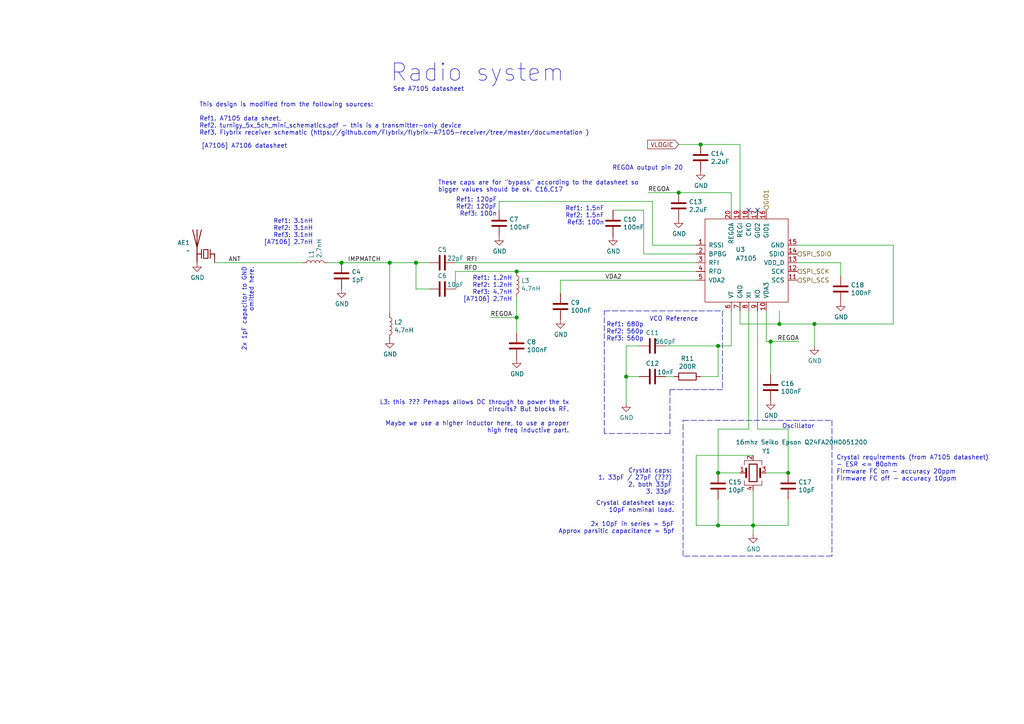
<source format=kicad_sch>
(kicad_sch (version 20230121) (generator eeschema)
  (paper "A4")
  (title_block (date "2020-04-29"))
  (lib_symbols
    (symbol "Device:Antenna_Chip" (pin_numbers hide) (pin_names (offset 1.016) hide)
      (property "Reference" "AE" (at 0 5.08 0))
      (property "Value" "Antenna_Chip" (at 0 3.175 0))
      (symbol "Antenna_Chip_0_1"
        (polyline (pts (xy -2.54 0) (xy -2.54 -0.635)) (stroke (width 0.254)))
        (polyline (pts (xy -2.54 0) (xy -1.27 0)) (stroke (width 0.254)))
        (polyline (pts (xy 1.27 0) (xy 2.54 0)) (stroke (width 0.254)))
        (polyline (pts (xy 1.27 1.27) (xy 1.27 -1.27)) (stroke (width 0.254)))
        (polyline (pts (xy 2.54 -0.635) (xy 2.54 0)))
        (polyline (pts (xy 2.54 6.985) (xy 2.54 -1.905)) (stroke (width 0.254)))
        (polyline (pts (xy -1.27 1.27) (xy -1.27 -1.27) (xy -1.27 0)) (stroke (width 0.254)))
        (polyline (pts (xy 3.81 6.985) (xy 2.54 1.905) (xy 1.27 6.985)) (stroke (width 0.254)))
        (polyline (pts (xy -0.635 1.27) (xy 0.635 1.27) (xy 0.635 -1.27) (xy -0.635 -1.27) (xy -0.635 1.27)) (stroke (width 0.254)))
      )
      (symbol "Antenna_Chip_1_1"
        (pin input line (at -2.54 -2.54 90) (length 2.54) (name "FEED") (number "1"))
        (pin passive line (at 2.54 -2.54 90) (length 2.54) (name "PCB_Trace") (number "2"))
      )
    )
    (symbol "Device:C" (pin_numbers hide) (pin_names (offset 0.254))
      (property "Reference" "C" (at 0.635 2.54 0))
      (property "Value" "C" (at 0.635 -2.54 0))
      (symbol "C_0_1"
        (polyline (pts (xy -2.032 -0.762) (xy 2.032 -0.762)) (stroke (width 0.508)))
        (polyline (pts (xy -2.032 0.762) (xy 2.032 0.762)) (stroke (width 0.508)))
      )
      (symbol "C_1_1"
        (pin passive line (at 0 3.81 270) (length 2.794) (name "~") (number "1"))
        (pin passive line (at 0 -3.81 90) (length 2.794) (name "~") (number "2"))
      )
    )
    (symbol "Device:Crystal_GND24" (pin_names (offset 1.016) hide)
      (property "Reference" "Y" (at 3.175 5.08 0))
      (property "Value" "Crystal_GND24" (at 3.175 3.175 0))
      (symbol "Crystal_GND24_0_1"
        (rectangle (start -1.143 2.54) (end 1.143 -2.54) (stroke (width 0.3048)))
        (polyline (pts (xy -2.54 0) (xy -2.032 0)))
        (polyline (pts (xy -2.032 -1.27) (xy -2.032 1.27)) (stroke (width 0.508)))
        (polyline (pts (xy 0 -3.81) (xy 0 -3.556)))
        (polyline (pts (xy 0 3.556) (xy 0 3.81)))
        (polyline (pts (xy 2.032 -1.27) (xy 2.032 1.27)) (stroke (width 0.508)))
        (polyline (pts (xy 2.032 0) (xy 2.54 0)))
        (polyline (pts (xy -2.54 -2.286) (xy -2.54 -3.556) (xy 2.54 -3.556) (xy 2.54 -2.286)))
        (polyline (pts (xy -2.54 2.286) (xy -2.54 3.556) (xy 2.54 3.556) (xy 2.54 2.286)))
      )
      (symbol "Crystal_GND24_1_1"
        (pin passive line (at -3.81 0 0) (length 1.27) (name "1") (number "1"))
        (pin passive line (at 0 5.08 270) (length 1.27) (name "2") (number "2"))
        (pin passive line (at 3.81 0 180) (length 1.27) (name "3") (number "3"))
        (pin passive line (at 0 -5.08 90) (length 1.27) (name "4") (number "4"))
      )
    )
    (symbol "Device:L" (pin_numbers hide) (pin_names (offset 1.016) hide)
      (property "Reference" "L" (at -1.27 0 90))
      (property "Value" "L" (at 1.905 0 90))
      (symbol "L_0_1"
        (arc (start 0 -2.54) (mid 0.6323 -1.905) (end 0 -1.27))
        (arc (start 0 -1.27) (mid 0.6323 -0.635) (end 0 0))
        (arc (start 0 0) (mid 0.6323 0.635) (end 0 1.27))
        (arc (start 0 1.27) (mid 0.6323 1.905) (end 0 2.54))
      )
      (symbol "L_1_1"
        (pin passive line (at 0 3.81 270) (length 1.27) (name "1") (number "1"))
        (pin passive line (at 0 -3.81 90) (length 1.27) (name "2") (number "2"))
      )
    )
    (symbol "Device:R" (pin_numbers hide) (pin_names (offset 0))
      (property "Reference" "R" (at 2.032 0 90))
      (property "Value" "R" (at 0 0 90))
      (symbol "R_0_1"
        (rectangle (start -1.016 -2.54) (end 1.016 2.54) (stroke (width 0.254)))
      )
      (symbol "R_1_1"
        (pin passive line (at 0 3.81 270) (length 1.27) (name "~") (number "1"))
        (pin passive line (at 0 -3.81 90) (length 1.27) (name "~") (number "2"))
      )
    )
    (symbol "L_1" (pin_numbers hide) (pin_names (offset 1.016) hide)
      (property "Reference" "L" (at -1.27 0 90))
      (property "Value" "L_1" (at 1.905 0 90))
      (symbol "L_1_0_1"
        (arc (start 0 -2.54) (mid 0.6323 -1.905) (end 0 -1.27))
        (arc (start 0 -1.27) (mid 0.6323 -0.635) (end 0 0))
        (arc (start 0 0) (mid 0.6323 0.635) (end 0 1.27))
        (arc (start 0 1.27) (mid 0.6323 1.905) (end 0 2.54))
      )
      (symbol "L_1_1_1"
        (pin passive line (at 0 3.81 270) (length 1.27) (name "1") (number "1"))
        (pin passive line (at 0 -3.81 90) (length 1.27) (name "2") (number "2"))
      )
    )
    (symbol "L_2" (pin_numbers hide) (pin_names (offset 1.016) hide)
      (property "Reference" "L" (at -1.27 0 90))
      (property "Value" "L_2" (at 1.905 0 90))
      (symbol "L_2_0_1"
        (arc (start 0 -2.54) (mid 0.6323 -1.905) (end 0 -1.27))
        (arc (start 0 -1.27) (mid 0.6323 -0.635) (end 0 0))
        (arc (start 0 0) (mid 0.6323 0.635) (end 0 1.27))
        (arc (start 0 1.27) (mid 0.6323 1.905) (end 0 2.54))
      )
      (symbol "L_2_1_1"
        (pin passive line (at 0 3.81 270) (length 1.27) (name "1") (number "1"))
        (pin passive line (at 0 -3.81 90) (length 1.27) (name "2") (number "2"))
      )
    )
    (symbol "malenki-nanoi:A7105" (pin_names (offset 1.016))
      (property "Reference" "U" (at 0 0 0))
      (property "Value" "A7105" (at 0 3.81 0))
      (symbol "A7105_0_1"
        (rectangle (start -12.7 12.7) (end 11.43 -11.43))
      )
      (symbol "A7105_1_1"
        (pin passive line (at -15.24 5.08 0) (length 2.54) (name "RSSI") (number "1"))
        (pin passive line (at 5.08 -13.97 90) (length 2.54) (name "VDA3") (number "10"))
        (pin input line (at 13.97 -5.08 180) (length 2.54) (name "SCS") (number "11"))
        (pin input line (at 13.97 -2.54 180) (length 2.54) (name "SCK") (number "12"))
        (pin passive line (at 13.97 0 180) (length 2.54) (name "VDD_D") (number "13"))
        (pin bidirectional line (at 13.97 2.54 180) (length 2.54) (name "SDIO") (number "14"))
        (pin power_in line (at 13.97 5.08 180) (length 2.54) (name "GND") (number "15"))
        (pin bidirectional line (at 5.08 15.24 270) (length 2.54) (name "GIO1") (number "16"))
        (pin bidirectional line (at 2.54 15.24 270) (length 2.54) (name "GIO2") (number "17"))
        (pin output line (at 0 15.24 270) (length 2.54) (name "CKO") (number "18"))
        (pin power_in line (at -2.54 15.24 270) (length 2.54) (name "REGI") (number "19"))
        (pin passive line (at -15.24 2.54 0) (length 2.54) (name "BPBG") (number "2"))
        (pin passive line (at -5.08 15.24 270) (length 2.54) (name "REGOA") (number "20"))
        (pin power_in line (at 8.89 -13.97 90) (length 2.54) hide (name "GND") (number "21"))
        (pin passive line (at -15.24 0 0) (length 2.54) (name "RFI") (number "3"))
        (pin passive line (at -15.24 -2.54 0) (length 2.54) (name "RFO") (number "4"))
        (pin passive line (at -15.24 -5.08 0) (length 2.54) (name "VDA2") (number "5"))
        (pin passive line (at -5.08 -13.97 90) (length 2.54) (name "VT") (number "6"))
        (pin power_in line (at -2.54 -13.97 90) (length 2.54) (name "GND") (number "7"))
        (pin passive line (at 0 -13.97 90) (length 2.54) (name "XI") (number "8"))
        (pin passive line (at 2.54 -13.97 90) (length 2.54) (name "XO") (number "9"))
      )
    )
    (symbol "power:GND" (power) (pin_names (offset 0))
      (property "Value" "GND" (at 0 -3.81 0))
      (symbol "GND_0_1"
        (polyline (pts (xy 0 0) (xy 0 -1.27) (xy 1.27 -1.27) (xy 0 -2.54) (xy -1.27 -1.27) (xy 0 -1.27)))
      )
      (symbol "GND_1_1"
        (pin power_in line (at 0 0 270) (length 0) hide (name "GND") (number "1"))
      )
    )
  )
  (junction (at 236.22 93.98) (diameter 1.016))
  (junction (at 208.28 100.33) (diameter 1.016))
  (junction (at 226.06 93.98) (diameter 1.016))
  (junction (at 218.44 152.4) (diameter 1.016))
  (junction (at 223.52 99.06) (diameter 1.016))
  (junction (at 208.28 152.4) (diameter 1.016))
  (junction (at 228.6 137.16) (diameter 1.016))
  (junction (at 99.06 76.2) (diameter 1.016))
  (junction (at 208.28 137.16) (diameter 1.016))
  (junction (at 149.86 92.075) (diameter 1.016))
  (junction (at 149.86 78.74) (diameter 1.016))
  (junction (at 196.85 55.88) (diameter 1.016))
  (junction (at 181.61 109.22) (diameter 1.016))
  (junction (at 203.2 41.91) (diameter 1.016))
  (junction (at 120.65 76.2) (diameter 1.016))
  (junction (at 113.03 76.2) (diameter 1.016))
  (no_connect (at 217.17 60.96))
  (no_connect (at 219.71 60.96))
  (wire (pts (xy 187.96 55.88) (xy 196.85 55.88)))
  (wire (pts (xy 189.23 58.42) (xy 144.78 58.42)))
  (wire (pts (xy 219.71 124.46) (xy 219.71 90.17)))
  (wire (pts (xy 113.03 90.805) (xy 113.03 76.2)))
  (wire (pts (xy 186.69 60.96) (xy 177.8 60.96)))
  (wire (pts (xy 99.06 76.2) (xy 113.03 76.2)))
  (wire (pts (xy 124.46 83.82) (xy 120.65 83.82)))
  (wire (pts (xy 149.86 78.74) (xy 201.93 78.74)))
  (wire (pts (xy 193.04 100.33) (xy 208.28 100.33)))
  (wire (pts (xy 208.28 124.46) (xy 208.28 137.16)))
  (wire (pts (xy 208.28 152.4) (xy 208.28 144.78)))
  (polyline (pts (xy 209.55 90.17) (xy 209.55 113.03)) (stroke (width 0) (type dash)))
  (wire (pts (xy 203.2 41.91) (xy 214.63 41.91)))
  (wire (pts (xy 132.08 78.74) (xy 132.08 83.82)))
  (wire (pts (xy 208.28 100.33) (xy 208.28 109.22)))
  (wire (pts (xy 236.22 93.98) (xy 259.08 93.98)))
  (wire (pts (xy 132.08 78.74) (xy 149.86 78.74)))
  (wire (pts (xy 231.14 76.2) (xy 243.84 76.2)))
  (wire (pts (xy 226.06 90.17) (xy 226.06 93.98)))
  (wire (pts (xy 218.44 132.08) (xy 201.93 132.08)))
  (wire (pts (xy 201.93 152.4) (xy 208.28 152.4)))
  (wire (pts (xy 243.84 76.2) (xy 243.84 80.01)))
  (wire (pts (xy 201.93 132.08) (xy 201.93 152.4)))
  (wire (pts (xy 181.61 100.33) (xy 181.61 109.22)))
  (polyline (pts (xy 175.26 125.73) (xy 175.26 90.17)) (stroke (width 0) (type dash)))
  (wire (pts (xy 149.86 86.36) (xy 149.86 92.075)))
  (wire (pts (xy 222.25 137.16) (xy 228.6 137.16)))
  (wire (pts (xy 218.44 152.4) (xy 218.44 154.94)))
  (wire (pts (xy 208.28 100.33) (xy 212.09 100.33)))
  (polyline (pts (xy 241.3 121.92) (xy 241.3 161.29)) (stroke (width 0) (type dash)))
  (wire (pts (xy 193.04 109.22) (xy 195.58 109.22)))
  (wire (pts (xy 217.17 124.46) (xy 208.28 124.46)))
  (wire (pts (xy 222.25 90.17) (xy 222.25 99.06)))
  (wire (pts (xy 208.28 152.4) (xy 218.44 152.4)))
  (wire (pts (xy 223.52 99.06) (xy 223.52 108.585)))
  (wire (pts (xy 120.65 76.2) (xy 120.65 83.82)))
  (wire (pts (xy 217.17 90.17) (xy 217.17 124.46)))
  (wire (pts (xy 181.61 109.22) (xy 185.42 109.22)))
  (wire (pts (xy 228.6 137.16) (xy 228.6 124.46)))
  (polyline (pts (xy 198.12 161.29) (xy 198.12 121.92)) (stroke (width 0) (type dash)))
  (wire (pts (xy 214.63 90.17) (xy 214.63 93.98)))
  (wire (pts (xy 214.63 93.98) (xy 226.06 93.98)))
  (wire (pts (xy 201.93 71.12) (xy 189.23 71.12)))
  (wire (pts (xy 226.06 93.98) (xy 236.22 93.98)))
  (wire (pts (xy 222.25 99.06) (xy 223.52 99.06)))
  (wire (pts (xy 120.65 76.2) (xy 124.46 76.2)))
  (wire (pts (xy 185.42 100.33) (xy 181.61 100.33)))
  (polyline (pts (xy 194.31 113.03) (xy 194.31 125.73)) (stroke (width 0) (type dash)))
  (polyline (pts (xy 241.3 161.29) (xy 198.12 161.29)) (stroke (width 0) (type dash)))
  (wire (pts (xy 231.14 71.12) (xy 259.08 71.12)))
  (wire (pts (xy 196.85 55.88) (xy 212.09 55.88)))
  (polyline (pts (xy 175.26 90.17) (xy 209.55 90.17)) (stroke (width 0) (type dash)))
  (wire (pts (xy 212.09 90.17) (xy 212.09 100.33)))
  (wire (pts (xy 149.86 92.075) (xy 149.86 96.52)))
  (wire (pts (xy 223.52 99.06) (xy 231.775 99.06)))
  (wire (pts (xy 62.23 76.2) (xy 87.63 76.2)))
  (wire (pts (xy 189.23 71.12) (xy 189.23 58.42)))
  (wire (pts (xy 214.63 60.96) (xy 214.63 41.91)))
  (wire (pts (xy 144.78 58.42) (xy 144.78 60.96)))
  (wire (pts (xy 142.24 92.075) (xy 149.86 92.075)))
  (wire (pts (xy 218.44 142.24) (xy 218.44 152.4)))
  (wire (pts (xy 196.85 41.91) (xy 203.2 41.91)))
  (wire (pts (xy 212.09 60.96) (xy 212.09 55.88)))
  (polyline (pts (xy 194.31 125.73) (xy 175.26 125.73)) (stroke (width 0) (type dash)))
  (wire (pts (xy 259.08 71.12) (xy 259.08 93.98)))
  (wire (pts (xy 218.44 152.4) (xy 228.6 152.4)))
  (wire (pts (xy 228.6 124.46) (xy 219.71 124.46)))
  (wire (pts (xy 236.22 93.98) (xy 236.22 100.33)))
  (wire (pts (xy 132.08 76.2) (xy 201.93 76.2)))
  (polyline (pts (xy 209.55 113.03) (xy 194.31 113.03)) (stroke (width 0) (type dash)))
  (wire (pts (xy 201.93 73.66) (xy 186.69 73.66)))
  (wire (pts (xy 201.93 81.28) (xy 162.56 81.28)))
  (wire (pts (xy 186.69 73.66) (xy 186.69 60.96)))
  (wire (pts (xy 203.2 109.22) (xy 208.28 109.22)))
  (wire (pts (xy 208.28 137.16) (xy 214.63 137.16)))
  (wire (pts (xy 228.6 152.4) (xy 228.6 144.78)))
  (wire (pts (xy 95.25 76.2) (xy 99.06 76.2)))
  (polyline (pts (xy 198.12 121.92) (xy 241.3 121.92)) (stroke (width 0) (type dash)))
  (wire (pts (xy 181.61 109.22) (xy 181.61 116.84)))
  (wire (pts (xy 162.56 81.28) (xy 162.56 85.09)))
  (wire (pts (xy 113.03 76.2) (xy 120.65 76.2)))
  (text "REGOA output pin 20" (at 198.12 49.53 0) (effects (font (size 1.27 1.27)) (justify right bottom)))
  (text "Radio system" (at 163.83 24.13 0) (effects (font (size 5.0038 5.0038)) (justify right bottom)))
  (text "Ref1: 3.1nH\nRef2: 3.1nH\nRef3: 3.1nH\n[A7106] 2.7nH" (at 90.805 71.12 0) (effects (font (size 1.27 1.27)) (justify right bottom)))
  (text "See A7105 datasheet" (at 134.62 26.67 0) (effects (font (size 1.27 1.27)) (justify right bottom)))
  (text "Ref1: 120pF\nRef2: 120pF\nRef3: 100n" (at 144.145 62.865 0) (effects (font (size 1.27 1.27)) (justify right bottom)))
  (text "Crystal datasheet says:\n10pF nominal load.\n\n2x 10pF in series = 5pF\nApprox parsitic capacitance = 5pf" (at 195.58 154.94 0) (effects (font (size 1.27 1.27)) (justify right bottom)))
  (text "Oscillator" (at 236.22 124.46 0) (effects (font (size 1.27 1.27)) (justify right bottom)))
  (text "Ref1: 1.2nH\nRef2: 1.2nH\nRef3: 4.7nH\n[A7106] 2.7nH" (at 148.59 87.63 0) (effects (font (size 1.27 1.27)) (justify right bottom)))
  (text "L3: this ??? Perhaps allows DC through to power the tx\ncircuits? But blocks RF.\n\nMaybe we use a higher inductor here, to use a proper\nhigh freq inductive part." (at 165.1 125.73 0) (effects (font (size 1.27 1.27)) (justify right bottom)))
  (text "Crystal requirements (from A7105 datasheet)\n- ESR <= 80ohm\nFirmware FC on - accuracy 20ppm\nFirmware FC off - accuracy 10ppm" (at 242.57 139.7 0) (effects (font (size 1.27 1.27)) (justify left bottom)))
  (text "[A7106] A7106 datasheet" (at 58.42 43.18 0) (effects (font (size 1.27 1.27)) (justify left bottom)))
  (text "These caps are for \"bypass\" according to the datasheet so\nbigger values should be ok. C16,C17" (at 127 55.88 0) (effects (font (size 1.27 1.27)) (justify left bottom)))
  (text "Ref1: 680p\nRef2: 560p\nRef3: 560p" (at 186.69 99.06 0) (effects (font (size 1.27 1.27)) (justify right bottom)))
  (text "VCO Reference" (at 202.565 93.345 0) (effects (font (size 1.27 1.27)) (justify right bottom)))
  (text "2x 1pF capacitor to GND\nomitted here." (at 73.66 77.47 90) (effects (font (size 1.27 1.27)) (justify right bottom)))
  (text "This design is modified from the following sources:\n\nRef1. A7105 data sheet, \nRef2. turnigy_5x_5ch_mini_schematics.pdf - this is a transmitter-only device\nRef3. Flybrix receiver schematic (https://github.com/Flybrix/flybrix-A7105-receiver/tree/master/documentation )\n" (at 57.785 39.37 0) (effects (font (size 1.27 1.27)) (justify left bottom)))
  (text "Crystal caps:\n1. 33pF / 27pF (???)\n2. both 33pF\n3. 33pF" (at 194.945 143.51 0) (effects (font (size 1.27 1.27)) (justify right bottom)))
  (text "Ref1: 1.5nF\nRef2: 1.5nF\nRef3: 100n" (at 175.26 65.405 0) (effects (font (size 1.27 1.27)) (justify right bottom)))
  (label "REGOA" (at 142.24 92.075 0))
  (label "RFI" (at 138.43 76.2 180))
  (label "RFO" (at 138.43 78.74 180))
  (label "REGOA" (at 187.96 55.88 0))
  (label "ANT" (at 69.85 76.2 180))
  (label "IMPMATCH" (at 110.49 76.2 180))
  (label "REGOA" (at 231.775 99.06 180))
  (label "VDA2" (at 180.34 81.28 180))
  (global_label "VLOGIC" (shape input) (at 196.85 41.91 180) (property "Intersheetrefs" "${INTERSHEET_REFS}" (effects hide)))
  (hierarchical_label "SPI_SCK" (shape input) (at 231.14 78.74 0))
  (hierarchical_label "GIO1" (shape input) (at 222.25 60.96 90))
  (hierarchical_label "SPI_SCS" (shape input) (at 231.14 81.28 0))
  (hierarchical_label "SPI_SDIO" (shape input) (at 231.14 73.66 0))
  (symbol (lib_id "power:GND") (at 203.2 49.53 0) (unit 1)
    (property "Reference" "#PWR020" (effects hide))
    (property "Value" "GND" (at 203.327 53.848 0))
  )
  (symbol (lib_id "Device:C") (at 208.28 140.97 0) (unit 1)
    (property "Reference" "C15" (at 211.201 139.827 0) (effects (justify left)))
    (property "Value" "10pF" (at 211.201 142.113 0) (effects (justify left)))
    (property "Footprint" "Capacitor_SMD:C_0402_1005Metric_Pad0.74x0.62mm_HandSolder" (effects hide))
    (property "LCSC" "C32949" (effects hide))
    (property "MPN" "CL05C100JB5NNNC" (effects hide))
    (property "Manufacturer" "Samsung" (effects hide))
  )
  (symbol (lib_id "Device:C") (at 149.86 100.33 0) (unit 1)
    (property "Reference" "C8" (at 152.781 99.187 0) (effects (justify left)))
    (property "Value" "100nF" (at 152.781 101.473 0) (effects (justify left)))
    (property "Footprint" "Capacitor_SMD:C_0402_1005Metric_Pad0.74x0.62mm_HandSolder" (effects hide))
    (property "LCSC" "C307331" (effects hide))
    (property "Manufacturer" "Samsung" (effects hide))
  )
  (symbol (lib_id "Device:C") (at 128.27 83.82 90) (unit 1)
    (property "Reference" "C6" (at 128.27 80.01 90))
    (property "Value" "10pF" (at 132.08 82.55 90))
    (property "Footprint" "Capacitor_SMD:C_0402_1005Metric_Pad0.74x0.62mm_HandSolder" (effects hide))
    (property "LCSC" "C32949" (effects hide))
    (property "MPN" "CL05C100JB5NNNC" (effects hide))
    (property "Manufacturer" "Samsung" (effects hide))
  )
  (symbol (lib_id "Device:C") (at 128.27 76.2 90) (unit 1)
    (property "Reference" "C5" (at 128.27 72.39 90))
    (property "Value" "22pF" (at 132.08 74.93 90))
    (property "Footprint" "Capacitor_SMD:C_0402_1005Metric_Pad0.74x0.62mm_HandSolder" (effects hide))
    (property "LCSC" "C1555" (effects hide))
    (property "MPN" "0402CG220J500NT" (effects hide))
    (property "Manufacturer" "Guangdong Fenghua Advanced" (effects hide))
  )
  (symbol (lib_id "Device:C") (at 228.6 140.97 0) (unit 1)
    (property "Reference" "C17" (at 231.521 139.827 0) (effects (justify left)))
    (property "Value" "10pF" (at 231.521 142.113 0) (effects (justify left)))
    (property "Footprint" "Capacitor_SMD:C_0402_1005Metric_Pad0.74x0.62mm_HandSolder" (effects hide))
    (property "LCSC" "C32949" (effects hide))
    (property "MPN" "CL05C100JB5NNNC" (effects hide))
    (property "Manufacturer" "Samsung" (effects hide))
  )
  (symbol (lib_id "power:GND") (at 57.15 76.2 0) (unit 1)
    (property "Reference" "#PWR011" (effects hide))
    (property "Value" "GND" (at 57.277 80.518 0))
  )
  (symbol (lib_id "power:GND") (at 218.44 154.94 0) (unit 1)
    (property "Reference" "#PWR021" (effects hide))
    (property "Value" "GND" (at 218.567 159.258 0))
  )
  (symbol (lib_id "power:GND") (at 113.03 98.425 0) (unit 1)
    (property "Reference" "#PWR013" (effects hide))
    (property "Value" "GND" (at 113.157 102.743 0))
  )
  (symbol (lib_id "malenki-nanoi:A7105") (at 217.17 76.2 0) (unit 1)
    (property "Reference" "U3" (at 213.36 72.39 0) (effects (justify left)))
    (property "Value" "A7105" (at 213.36 74.93 0) (effects (justify left)))
    (property "Footprint" "malenki-nano:a7105-QFN-20" (effects hide))
    (property "LCSC" "C126376" (effects hide))
    (property "MPN" "A71X05AQFI/Q" (effects hide))
    (property "Manufacturer" "AMICCOM" (effects hide))
  )
  (symbol (lib_id "Device:C") (at 223.52 112.395 0) (unit 1)
    (property "Reference" "C16" (at 226.441 111.252 0) (effects (justify left)))
    (property "Value" "100nF" (at 226.441 113.538 0) (effects (justify left)))
    (property "Footprint" "Capacitor_SMD:C_0402_1005Metric_Pad0.74x0.62mm_HandSolder" (effects hide))
    (property "LCSC" "C307331" (effects hide))
    (property "Manufacturer" "Samsung" (effects hide))
  )
  (symbol (lib_id "power:GND") (at 196.85 63.5 0) (unit 1)
    (property "Reference" "#PWR019" (effects hide))
    (property "Value" "GND" (at 196.977 67.818 0))
  )
  (symbol (lib_name "L_2") (lib_id "Device:L") (at 113.03 94.615 0) (unit 1)
    (property "Reference" "L2" (at 114.3 93.472 0) (effects (justify left)))
    (property "Value" "4.7nH" (at 114.3 95.758 0) (effects (justify left)))
    (property "Footprint" "Inductor_SMD:L_0402_1005Metric_Pad0.77x0.64mm_HandSolder" (effects hide))
    (property "LCSC" "C341688" (effects hide))
    (property "MPN" "LQW15AN4N7D10D" (effects hide))
    (property "Manufacturer" "Murata" (effects hide))
  )
  (symbol (lib_id "Device:R") (at 199.39 109.22 90) (unit 1)
    (property "Reference" "R11" (at 199.39 103.9876 90))
    (property "Value" "200R" (at 199.39 106.299 90))
    (property "Footprint" "Resistor_SMD:R_0402_1005Metric" (effects hide))
    (property "LCSC" "C25087" (effects hide))
    (property "MPN" "0402WGF2000TCE" (effects hide))
    (property "Manufacturer" "Uniroyal" (effects hide))
    (property "Partnum" "10k" (effects hide))
  )
  (symbol (lib_id "Device:C") (at 189.23 109.22 270) (unit 1)
    (property "Reference" "C12" (at 189.23 105.41 90))
    (property "Value" "10nF" (at 193.04 107.95 90))
    (property "Footprint" "Capacitor_SMD:C_0402_1005Metric_Pad0.74x0.62mm_HandSolder" (effects hide))
    (property "LCSC" "C15195" (effects hide))
    (property "MPN" "CL05B103KB5NNNC" (effects hide))
    (property "Manufacturer" "Samsung" (effects hide))
  )
  (symbol (lib_id "power:GND") (at 162.56 92.71 0) (unit 1)
    (property "Reference" "#PWR016" (effects hide))
    (property "Value" "GND" (at 162.687 97.028 0))
  )
  (symbol (lib_id "Device:C") (at 196.85 59.69 0) (unit 1)
    (property "Reference" "C13" (at 199.771 58.547 0) (effects (justify left)))
    (property "Value" "2.2uF" (at 199.771 60.833 0) (effects (justify left)))
    (property "Footprint" "Capacitor_SMD:C_0603_1608Metric" (effects hide))
    (property "LCSC" "C23630" (effects hide))
    (property "MPN" "CL05A225MQ5NSNC" (effects hide))
    (property "Manufacturer" "Samsung" (effects hide))
  )
  (symbol (lib_id "Device:C") (at 99.06 80.01 0) (unit 1)
    (property "Reference" "C4" (at 101.981 78.867 0) (effects (justify left)))
    (property "Value" "1pF" (at 101.981 81.153 0) (effects (justify left)))
    (property "Footprint" "Capacitor_SMD:C_0402_1005Metric_Pad0.74x0.62mm_HandSolder" (effects hide))
    (property "LCSC" "C1550" (effects hide))
    (property "MPN" "0402CG1R0C500NT" (effects hide))
    (property "Manufacturer" "Guangdong Fenghua Advanced" (effects hide))
  )
  (symbol (lib_id "power:GND") (at 236.22 100.33 0) (unit 1)
    (property "Reference" "#PWR023" (effects hide))
    (property "Value" "GND" (at 236.347 104.648 0))
  )
  (symbol (lib_id "power:GND") (at 149.86 104.14 0) (unit 1)
    (property "Reference" "#PWR015" (effects hide))
    (property "Value" "GND" (at 149.987 108.458 0))
  )
  (symbol (lib_id "power:GND") (at 144.78 68.58 0) (unit 1)
    (property "Reference" "#PWR014" (effects hide))
    (property "Value" "GND" (at 144.907 72.898 0))
  )
  (symbol (lib_id "Device:C") (at 203.2 45.72 0) (unit 1)
    (property "Reference" "C14" (at 206.121 44.577 0) (effects (justify left)))
    (property "Value" "2.2uF" (at 206.121 46.863 0) (effects (justify left)))
    (property "Footprint" "Capacitor_SMD:C_0603_1608Metric" (effects hide))
    (property "LCSC" "C23630" (effects hide))
    (property "MPN" "CL05A225MQ5NSNC" (effects hide))
    (property "Manufacturer" "Samsung" (effects hide))
  )
  (symbol (lib_id "Device:Antenna_Chip") (at 59.69 73.66 0) (mirror y) (unit 1) (in_bom no)
    (property "Reference" "AE1" (at 55.118 70.4088 0) (effects (justify left)))
    (property "Value" "~" (at 55.118 72.7202 0) (effects (justify left)))
    (property "Footprint" "malenki-nano:malenki_antenna" (effects hide))
  )
  (symbol (lib_id "power:GND") (at 181.61 116.84 0) (unit 1)
    (property "Reference" "#PWR018" (effects hide))
    (property "Value" "GND" (at 181.737 121.158 0))
  )
  (symbol (lib_id "power:GND") (at 243.84 87.63 0) (unit 1)
    (property "Reference" "#PWR024" (effects hide))
    (property "Value" "GND" (at 243.967 91.948 0))
  )
  (symbol (lib_id "power:GND") (at 177.8 68.58 0) (unit 1)
    (property "Reference" "#PWR017" (effects hide))
    (property "Value" "GND" (at 177.927 72.898 0))
  )
  (symbol (lib_id "Device:Crystal_GND24") (at 218.44 137.16 0) (unit 1)
    (property "Reference" "Y1" (at 220.98 130.81 0) (effects (justify left)))
    (property "Value" "16mhz Seiko Epson Q24FA20H0051200 " (at 213.36 128.27 0) (effects (justify left)))
    (property "Footprint" "Crystal:Crystal_SMD_2520-4Pin_2.5x2.0mm" (effects hide))
    (property "LCSC" "C255947" (effects hide))
    (property "MPN" "Q24FA20H0051200" (effects hide))
    (property "Manufacturer" "Seiko Epson" (effects hide))
  )
  (symbol (lib_id "Device:L") (at 149.86 82.55 0) (unit 1)
    (property "Reference" "L3" (at 151.13 81.407 0) (effects (justify left)))
    (property "Value" "4.7nH" (at 151.13 83.693 0) (effects (justify left)))
    (property "Footprint" "Inductor_SMD:L_0402_1005Metric_Pad0.77x0.64mm_HandSolder" (effects hide))
    (property "LCSC" "C341688" (effects hide))
    (property "MPN" "VHF160808H4N7ST" (effects hide))
    (property "Manufacturer" "Guangdong Fenghua" (effects hide))
  )
  (symbol (lib_id "power:GND") (at 99.06 83.82 0) (unit 1)
    (property "Reference" "#PWR012" (effects hide))
    (property "Value" "GND" (at 99.187 88.138 0))
  )
  (symbol (lib_id "power:GND") (at 223.52 116.205 0) (unit 1)
    (property "Reference" "#PWR022" (effects hide))
    (property "Value" "GND" (at 223.647 120.523 0))
  )
  (symbol (lib_id "Device:C") (at 144.78 64.77 0) (unit 1)
    (property "Reference" "C7" (at 147.701 63.627 0) (effects (justify left)))
    (property "Value" "100nF" (at 147.701 65.913 0) (effects (justify left)))
    (property "Footprint" "Capacitor_SMD:C_0402_1005Metric_Pad0.74x0.62mm_HandSolder" (effects hide))
    (property "LCSC" "C307331" (effects hide))
    (property "Manufacturer" "Samsung" (effects hide))
  )
  (symbol (lib_name "L_1") (lib_id "Device:L") (at 91.44 76.2 90) (unit 1)
    (property "Reference" "L1" (at 90.297 74.93 0) (effects (justify left)))
    (property "Value" "2.7nH" (at 92.583 74.93 0) (effects (justify left)))
    (property "Footprint" "Inductor_SMD:L_0402_1005Metric_Pad0.77x0.64mm_HandSolder" (effects hide))
    (property "LCSC" "C76791" (effects hide))
    (property "Manufacturer" "Sunlord" (effects hide))
  )
  (symbol (lib_id "Device:C") (at 189.23 100.33 90) (unit 1)
    (property "Reference" "C11" (at 189.23 96.52 90))
    (property "Value" "560pF" (at 193.04 99.06 90))
    (property "Footprint" "Capacitor_SMD:C_0402_1005Metric_Pad0.74x0.62mm_HandSolder" (effects hide))
    (property "LCSC" "C1539" (effects hide))
    (property "MPN" "CL05C561JB5NNNC" (effects hide))
    (property "Manufacturer" "Samsung" (effects hide))
  )
  (symbol (lib_id "Device:C") (at 177.8 64.77 0) (unit 1)
    (property "Reference" "C10" (at 180.721 63.627 0) (effects (justify left)))
    (property "Value" "100nF" (at 180.721 65.913 0) (effects (justify left)))
    (property "Footprint" "Capacitor_SMD:C_0402_1005Metric_Pad0.74x0.62mm_HandSolder" (effects hide))
    (property "LCSC" "C307331" (effects hide))
    (property "Manufacturer" "Samsung" (effects hide))
  )
  (symbol (lib_id "Device:C") (at 162.56 88.9 0) (unit 1)
    (property "Reference" "C9" (at 165.481 87.757 0) (effects (justify left)))
    (property "Value" "100nF" (at 165.481 90.043 0) (effects (justify left)))
    (property "Footprint" "Capacitor_SMD:C_0402_1005Metric_Pad0.74x0.62mm_HandSolder" (effects hide))
    (property "LCSC" "C307331" (effects hide))
    (property "Manufacturer" "Samsung" (effects hide))
  )
  (symbol (lib_id "Device:C") (at 243.84 83.82 0) (unit 1)
    (property "Reference" "C18" (at 246.761 82.677 0) (effects (justify left)))
    (property "Value" "100nF" (at 246.761 84.963 0) (effects (justify left)))
    (property "Footprint" "Capacitor_SMD:C_0402_1005Metric_Pad0.74x0.62mm_HandSolder" (effects hide))
    (property "LCSC" "C307331" (effects hide))
    (property "Manufacturer" "Samsung" (effects hide))
  )
)
</source>
